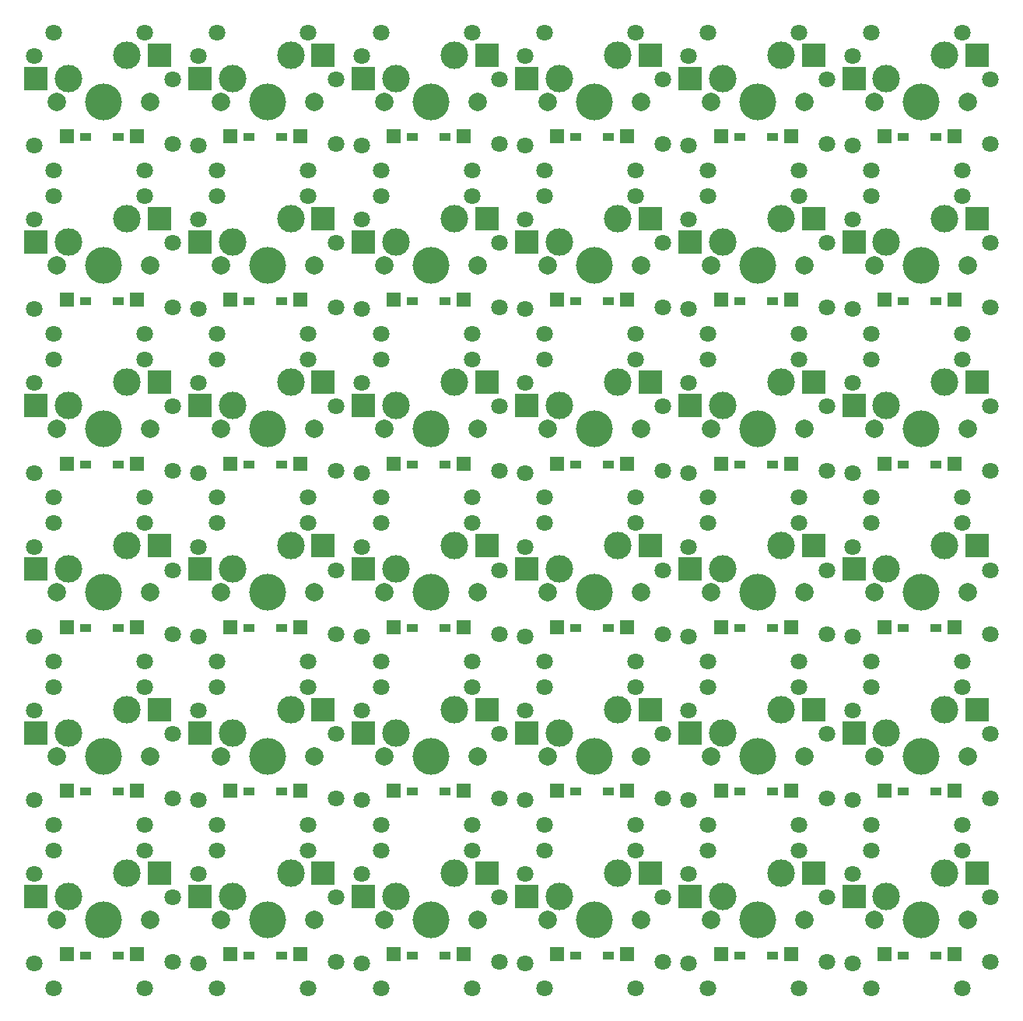
<source format=gbs>
G04 #@! TF.GenerationSoftware,KiCad,Pcbnew,(5.1.4)-1*
G04 #@! TF.CreationDate,2020-01-11T14:22:52+01:00*
G04 #@! TF.ProjectId,plaque2,706c6171-7565-4322-9e6b-696361645f70,1*
G04 #@! TF.SameCoordinates,Original*
G04 #@! TF.FileFunction,Soldermask,Bot*
G04 #@! TF.FilePolarity,Negative*
%FSLAX46Y46*%
G04 Gerber Fmt 4.6, Leading zero omitted, Abs format (unit mm)*
G04 Created by KiCad (PCBNEW (5.1.4)-1) date 2020-01-11 14:22:52*
%MOMM*%
%LPD*%
G04 APERTURE LIST*
%ADD10C,1.800000*%
%ADD11R,2.550000X2.500000*%
%ADD12C,2.000000*%
%ADD13C,3.000000*%
%ADD14C,4.000000*%
%ADD15R,1.600000X1.600000*%
%ADD16R,1.300000X0.950000*%
G04 APERTURE END LIST*
D10*
X192290000Y-101030000D03*
D11*
X180455000Y-106015000D03*
X193905000Y-103475000D03*
D12*
X182735000Y-108555000D03*
D13*
X184005000Y-106015000D03*
D14*
X187815000Y-108555000D03*
D13*
X190355000Y-103475000D03*
D12*
X192895000Y-108555000D03*
D15*
X183790000Y-112330000D03*
X191410000Y-112330000D03*
D10*
X180290000Y-113330000D03*
X195290000Y-113130000D03*
X182390000Y-116030000D03*
D11*
X198255000Y-106015000D03*
X211705000Y-103475000D03*
D12*
X200535000Y-108555000D03*
D13*
X201805000Y-106015000D03*
D14*
X205615000Y-108555000D03*
D13*
X208155000Y-103475000D03*
D12*
X210695000Y-108555000D03*
D10*
X174490000Y-118830000D03*
X164590000Y-133830000D03*
X162490000Y-131130000D03*
X177490000Y-130930000D03*
X164590000Y-101030000D03*
D16*
X207165000Y-112430000D03*
X203615000Y-112430000D03*
D12*
X175095000Y-108555000D03*
D13*
X172555000Y-103475000D03*
D14*
X170015000Y-108555000D03*
D13*
X166205000Y-106015000D03*
D12*
X164935000Y-108555000D03*
D11*
X176105000Y-103475000D03*
X162655000Y-106015000D03*
D16*
X168015000Y-112430000D03*
X171565000Y-112430000D03*
D10*
X210090000Y-116030000D03*
X162495000Y-103575000D03*
X162495000Y-121375000D03*
X174490000Y-133830000D03*
X164590000Y-118830000D03*
X198095000Y-103575000D03*
X198090000Y-113330000D03*
X177490000Y-106115000D03*
X200190000Y-101030000D03*
D15*
X201590000Y-112330000D03*
X209210000Y-112330000D03*
D10*
X162490000Y-113330000D03*
X210090000Y-101030000D03*
X213090000Y-106115000D03*
X200190000Y-116030000D03*
X213090000Y-113130000D03*
X174490000Y-116030000D03*
X177490000Y-113130000D03*
D16*
X189365000Y-112430000D03*
X185815000Y-112430000D03*
D15*
X165990000Y-130130000D03*
X173610000Y-130130000D03*
X173610000Y-112330000D03*
X165990000Y-112330000D03*
D10*
X180295000Y-103575000D03*
X182390000Y-101030000D03*
X195290000Y-106115000D03*
X192290000Y-116030000D03*
D16*
X185815000Y-41230000D03*
X189365000Y-41230000D03*
D10*
X192290000Y-29830000D03*
D12*
X192895000Y-37355000D03*
D13*
X190355000Y-32275000D03*
D14*
X187815000Y-37355000D03*
D13*
X184005000Y-34815000D03*
D12*
X182735000Y-37355000D03*
D11*
X193905000Y-32275000D03*
X180455000Y-34815000D03*
D15*
X191410000Y-41130000D03*
X183790000Y-41130000D03*
D10*
X180295000Y-32375000D03*
X180290000Y-42130000D03*
X195290000Y-41930000D03*
X182390000Y-29830000D03*
X195290000Y-34915000D03*
X182390000Y-44830000D03*
X192290000Y-44830000D03*
X174490000Y-47630000D03*
X164590000Y-62630000D03*
X162490000Y-59930000D03*
X162495000Y-50175000D03*
D15*
X173610000Y-58930000D03*
X165990000Y-58930000D03*
D10*
X177490000Y-59730000D03*
X174490000Y-62630000D03*
X164590000Y-47630000D03*
X174490000Y-101030000D03*
X164590000Y-116030000D03*
X195290000Y-130930000D03*
D15*
X191410000Y-130130000D03*
X183790000Y-130130000D03*
D12*
X210695000Y-126355000D03*
D13*
X208155000Y-121275000D03*
D14*
X205615000Y-126355000D03*
D13*
X201805000Y-123815000D03*
D12*
X200535000Y-126355000D03*
D11*
X211705000Y-121275000D03*
X198255000Y-123815000D03*
D12*
X192895000Y-126355000D03*
D13*
X190355000Y-121275000D03*
D14*
X187815000Y-126355000D03*
D13*
X184005000Y-123815000D03*
D12*
X182735000Y-126355000D03*
D11*
X193905000Y-121275000D03*
X180455000Y-123815000D03*
D10*
X210090000Y-133830000D03*
X180290000Y-131130000D03*
D16*
X185815000Y-130230000D03*
X189365000Y-130230000D03*
D10*
X182390000Y-133830000D03*
X192290000Y-133830000D03*
D11*
X162655000Y-123815000D03*
X176105000Y-121275000D03*
D12*
X164935000Y-126355000D03*
D13*
X166205000Y-123815000D03*
D14*
X170015000Y-126355000D03*
D13*
X172555000Y-121275000D03*
D12*
X175095000Y-126355000D03*
D10*
X182390000Y-118830000D03*
X210090000Y-118830000D03*
X198090000Y-131130000D03*
X177490000Y-123915000D03*
X200190000Y-133830000D03*
X192290000Y-118830000D03*
X195290000Y-123915000D03*
X198095000Y-121375000D03*
D15*
X209210000Y-130130000D03*
X201590000Y-130130000D03*
D10*
X200190000Y-118830000D03*
X213090000Y-123915000D03*
X180295000Y-121375000D03*
X213090000Y-130930000D03*
D16*
X171565000Y-130230000D03*
X168015000Y-130230000D03*
X203615000Y-130230000D03*
X207165000Y-130230000D03*
D10*
X198095000Y-32375000D03*
X198090000Y-42130000D03*
X200190000Y-29830000D03*
D16*
X203615000Y-41230000D03*
X207165000Y-41230000D03*
D12*
X210695000Y-37355000D03*
D13*
X208155000Y-32275000D03*
D14*
X205615000Y-37355000D03*
D13*
X201805000Y-34815000D03*
D12*
X200535000Y-37355000D03*
D11*
X211705000Y-32275000D03*
X198255000Y-34815000D03*
D15*
X209210000Y-41130000D03*
X201590000Y-41130000D03*
D10*
X213090000Y-41930000D03*
X210090000Y-44830000D03*
X200190000Y-44830000D03*
X213090000Y-34915000D03*
X210090000Y-29830000D03*
X200190000Y-98230000D03*
X200190000Y-83230000D03*
X213090000Y-88315000D03*
X192290000Y-98230000D03*
X210090000Y-98230000D03*
D11*
X162655000Y-88215000D03*
X176105000Y-85675000D03*
D12*
X164935000Y-90755000D03*
D13*
X166205000Y-88215000D03*
D14*
X170015000Y-90755000D03*
D13*
X172555000Y-85675000D03*
D12*
X175095000Y-90755000D03*
D10*
X198090000Y-95530000D03*
X180295000Y-85775000D03*
X213090000Y-95330000D03*
D16*
X171565000Y-94630000D03*
X168015000Y-94630000D03*
D10*
X210090000Y-83230000D03*
X177490000Y-88315000D03*
X198095000Y-85775000D03*
X192290000Y-83230000D03*
X195290000Y-88315000D03*
D15*
X209210000Y-94530000D03*
X201590000Y-94530000D03*
D16*
X203615000Y-94630000D03*
X207165000Y-94630000D03*
D10*
X180290000Y-77730000D03*
X182390000Y-65430000D03*
X174490000Y-83230000D03*
X200190000Y-80430000D03*
X195290000Y-70515000D03*
D11*
X198255000Y-70415000D03*
X211705000Y-67875000D03*
D12*
X200535000Y-72955000D03*
D13*
X201805000Y-70415000D03*
D14*
X205615000Y-72955000D03*
D13*
X208155000Y-67875000D03*
D12*
X210695000Y-72955000D03*
D10*
X164590000Y-98230000D03*
X177490000Y-95330000D03*
X210090000Y-80430000D03*
X210090000Y-65430000D03*
D15*
X165990000Y-94530000D03*
X173610000Y-94530000D03*
D10*
X200190000Y-65430000D03*
X213090000Y-77530000D03*
D15*
X183790000Y-76730000D03*
X191410000Y-76730000D03*
D10*
X195290000Y-77530000D03*
X162490000Y-95530000D03*
D16*
X168015000Y-76830000D03*
X171565000Y-76830000D03*
D10*
X162495000Y-85775000D03*
X174490000Y-98230000D03*
X164590000Y-83230000D03*
X198095000Y-67975000D03*
D16*
X207165000Y-76830000D03*
X203615000Y-76830000D03*
D10*
X198090000Y-77730000D03*
D15*
X201590000Y-76730000D03*
X209210000Y-76730000D03*
D10*
X192290000Y-80430000D03*
X213090000Y-70515000D03*
D16*
X189365000Y-76830000D03*
X185815000Y-76830000D03*
D10*
X192290000Y-65430000D03*
D11*
X180455000Y-70415000D03*
X193905000Y-67875000D03*
D12*
X182735000Y-72955000D03*
D13*
X184005000Y-70415000D03*
D14*
X187815000Y-72955000D03*
D13*
X190355000Y-67875000D03*
D12*
X192895000Y-72955000D03*
D10*
X180295000Y-67975000D03*
X182390000Y-80430000D03*
D16*
X171565000Y-41230000D03*
X168015000Y-41230000D03*
D11*
X162655000Y-34815000D03*
X176105000Y-32275000D03*
D12*
X164935000Y-37355000D03*
D13*
X166205000Y-34815000D03*
D14*
X170015000Y-37355000D03*
D13*
X172555000Y-32275000D03*
D12*
X175095000Y-37355000D03*
D10*
X177490000Y-34915000D03*
D15*
X165990000Y-41130000D03*
X173610000Y-41130000D03*
D10*
X162490000Y-42130000D03*
X177490000Y-41930000D03*
X162495000Y-32375000D03*
X174490000Y-44830000D03*
X182390000Y-98230000D03*
X162490000Y-77730000D03*
D12*
X175095000Y-72955000D03*
D13*
X172555000Y-67875000D03*
D14*
X170015000Y-72955000D03*
D13*
X166205000Y-70415000D03*
D12*
X164935000Y-72955000D03*
D11*
X176105000Y-67875000D03*
X162655000Y-70415000D03*
D10*
X177490000Y-70515000D03*
X174490000Y-80430000D03*
D16*
X185815000Y-94630000D03*
X189365000Y-94630000D03*
D12*
X210695000Y-90755000D03*
D13*
X208155000Y-85675000D03*
D14*
X205615000Y-90755000D03*
D13*
X201805000Y-88215000D03*
D12*
X200535000Y-90755000D03*
D11*
X211705000Y-85675000D03*
X198255000Y-88215000D03*
D10*
X182390000Y-83230000D03*
X180290000Y-95530000D03*
D15*
X173610000Y-76730000D03*
X165990000Y-76730000D03*
D10*
X164590000Y-80430000D03*
X162495000Y-67975000D03*
X177490000Y-77530000D03*
X164590000Y-65430000D03*
X174490000Y-65430000D03*
X195290000Y-95330000D03*
D12*
X192895000Y-90755000D03*
D13*
X190355000Y-85675000D03*
D14*
X187815000Y-90755000D03*
D13*
X184005000Y-88215000D03*
D12*
X182735000Y-90755000D03*
D11*
X193905000Y-85675000D03*
X180455000Y-88215000D03*
D15*
X191410000Y-94530000D03*
X183790000Y-94530000D03*
D10*
X164590000Y-29830000D03*
X174490000Y-29830000D03*
X164590000Y-44830000D03*
X195290000Y-59730000D03*
D11*
X198255000Y-52615000D03*
X211705000Y-50075000D03*
D12*
X200535000Y-55155000D03*
D13*
X201805000Y-52615000D03*
D14*
X205615000Y-55155000D03*
D13*
X208155000Y-50075000D03*
D12*
X210695000Y-55155000D03*
D11*
X180455000Y-52615000D03*
X193905000Y-50075000D03*
D12*
X182735000Y-55155000D03*
D13*
X184005000Y-52615000D03*
D14*
X187815000Y-55155000D03*
D13*
X190355000Y-50075000D03*
D12*
X192895000Y-55155000D03*
D16*
X189365000Y-59030000D03*
X185815000Y-59030000D03*
D15*
X183790000Y-58930000D03*
X191410000Y-58930000D03*
D10*
X182390000Y-47630000D03*
X180290000Y-59930000D03*
X182390000Y-62630000D03*
X192290000Y-62630000D03*
X210090000Y-62630000D03*
D12*
X175095000Y-55155000D03*
D13*
X172555000Y-50075000D03*
D14*
X170015000Y-55155000D03*
D13*
X166205000Y-52615000D03*
D12*
X164935000Y-55155000D03*
D11*
X176105000Y-50075000D03*
X162655000Y-52615000D03*
D10*
X210090000Y-47630000D03*
X198090000Y-59930000D03*
X177490000Y-52715000D03*
X200190000Y-62630000D03*
X192290000Y-47630000D03*
X195290000Y-52715000D03*
X198095000Y-50175000D03*
D15*
X201590000Y-58930000D03*
X209210000Y-58930000D03*
D10*
X200190000Y-47630000D03*
X213090000Y-52715000D03*
X180295000Y-50175000D03*
X213090000Y-59730000D03*
D16*
X168015000Y-59030000D03*
X171565000Y-59030000D03*
X207165000Y-59030000D03*
X203615000Y-59030000D03*
X132415000Y-112430000D03*
X135965000Y-112430000D03*
D10*
X138890000Y-101030000D03*
D12*
X139495000Y-108555000D03*
D13*
X136955000Y-103475000D03*
D14*
X134415000Y-108555000D03*
D13*
X130605000Y-106015000D03*
D12*
X129335000Y-108555000D03*
D11*
X140505000Y-103475000D03*
X127055000Y-106015000D03*
D15*
X138010000Y-112330000D03*
X130390000Y-112330000D03*
D10*
X126895000Y-103575000D03*
X126890000Y-113330000D03*
X141890000Y-113130000D03*
X128990000Y-101030000D03*
X141890000Y-106115000D03*
X128990000Y-116030000D03*
X138890000Y-116030000D03*
X121090000Y-118830000D03*
X111190000Y-133830000D03*
X109090000Y-131130000D03*
X109095000Y-121375000D03*
D15*
X120210000Y-130130000D03*
X112590000Y-130130000D03*
D10*
X124090000Y-130930000D03*
X121090000Y-133830000D03*
X111190000Y-118830000D03*
X144695000Y-103575000D03*
X144690000Y-113330000D03*
X146790000Y-101030000D03*
D16*
X150215000Y-112430000D03*
X153765000Y-112430000D03*
D12*
X157295000Y-108555000D03*
D13*
X154755000Y-103475000D03*
D14*
X152215000Y-108555000D03*
D13*
X148405000Y-106015000D03*
D12*
X147135000Y-108555000D03*
D11*
X158305000Y-103475000D03*
X144855000Y-106015000D03*
D15*
X155810000Y-112330000D03*
X148190000Y-112330000D03*
D10*
X159690000Y-113130000D03*
X156690000Y-116030000D03*
X146790000Y-116030000D03*
X159690000Y-106115000D03*
X156690000Y-101030000D03*
D16*
X118165000Y-112430000D03*
X114615000Y-112430000D03*
D11*
X109255000Y-106015000D03*
X122705000Y-103475000D03*
D12*
X111535000Y-108555000D03*
D13*
X112805000Y-106015000D03*
D14*
X116615000Y-108555000D03*
D13*
X119155000Y-103475000D03*
D12*
X121695000Y-108555000D03*
D10*
X124090000Y-106115000D03*
D15*
X112590000Y-112330000D03*
X120210000Y-112330000D03*
D10*
X109090000Y-113330000D03*
X124090000Y-113130000D03*
X109095000Y-103575000D03*
X121090000Y-116030000D03*
X111190000Y-101030000D03*
X121090000Y-101030000D03*
X111190000Y-116030000D03*
X141890000Y-130930000D03*
D11*
X144855000Y-123815000D03*
X158305000Y-121275000D03*
D12*
X147135000Y-126355000D03*
D13*
X148405000Y-123815000D03*
D14*
X152215000Y-126355000D03*
D13*
X154755000Y-121275000D03*
D12*
X157295000Y-126355000D03*
D11*
X127055000Y-123815000D03*
X140505000Y-121275000D03*
D12*
X129335000Y-126355000D03*
D13*
X130605000Y-123815000D03*
D14*
X134415000Y-126355000D03*
D13*
X136955000Y-121275000D03*
D12*
X139495000Y-126355000D03*
D16*
X135965000Y-130230000D03*
X132415000Y-130230000D03*
D15*
X130390000Y-130130000D03*
X138010000Y-130130000D03*
D10*
X128990000Y-118830000D03*
X126890000Y-131130000D03*
X128990000Y-133830000D03*
X138890000Y-133830000D03*
X156690000Y-133830000D03*
D12*
X121695000Y-126355000D03*
D13*
X119155000Y-121275000D03*
D14*
X116615000Y-126355000D03*
D13*
X112805000Y-123815000D03*
D12*
X111535000Y-126355000D03*
D11*
X122705000Y-121275000D03*
X109255000Y-123815000D03*
D10*
X156690000Y-118830000D03*
X144690000Y-131130000D03*
X124090000Y-123915000D03*
X146790000Y-133830000D03*
X138890000Y-118830000D03*
X141890000Y-123915000D03*
X144695000Y-121375000D03*
D15*
X148190000Y-130130000D03*
X155810000Y-130130000D03*
D10*
X146790000Y-118830000D03*
X159690000Y-123915000D03*
X126895000Y-121375000D03*
X159690000Y-130930000D03*
D16*
X114615000Y-130230000D03*
X118165000Y-130230000D03*
X153765000Y-130230000D03*
X150215000Y-130230000D03*
X132415000Y-76830000D03*
X135965000Y-76830000D03*
D10*
X138890000Y-65430000D03*
D12*
X139495000Y-72955000D03*
D13*
X136955000Y-67875000D03*
D14*
X134415000Y-72955000D03*
D13*
X130605000Y-70415000D03*
D12*
X129335000Y-72955000D03*
D11*
X140505000Y-67875000D03*
X127055000Y-70415000D03*
D15*
X138010000Y-76730000D03*
X130390000Y-76730000D03*
D10*
X126895000Y-67975000D03*
X126890000Y-77730000D03*
X141890000Y-77530000D03*
X128990000Y-65430000D03*
X141890000Y-70515000D03*
X128990000Y-80430000D03*
X138890000Y-80430000D03*
X121090000Y-83230000D03*
X111190000Y-98230000D03*
X109090000Y-95530000D03*
X109095000Y-85775000D03*
D15*
X120210000Y-94530000D03*
X112590000Y-94530000D03*
D10*
X124090000Y-95330000D03*
X121090000Y-98230000D03*
X111190000Y-83230000D03*
X144695000Y-67975000D03*
X144690000Y-77730000D03*
X146790000Y-65430000D03*
D16*
X150215000Y-76830000D03*
X153765000Y-76830000D03*
D12*
X157295000Y-72955000D03*
D13*
X154755000Y-67875000D03*
D14*
X152215000Y-72955000D03*
D13*
X148405000Y-70415000D03*
D12*
X147135000Y-72955000D03*
D11*
X158305000Y-67875000D03*
X144855000Y-70415000D03*
D15*
X155810000Y-76730000D03*
X148190000Y-76730000D03*
D10*
X159690000Y-77530000D03*
X156690000Y-80430000D03*
X146790000Y-80430000D03*
X159690000Y-70515000D03*
X156690000Y-65430000D03*
D16*
X118165000Y-76830000D03*
X114615000Y-76830000D03*
D11*
X109255000Y-70415000D03*
X122705000Y-67875000D03*
D12*
X111535000Y-72955000D03*
D13*
X112805000Y-70415000D03*
D14*
X116615000Y-72955000D03*
D13*
X119155000Y-67875000D03*
D12*
X121695000Y-72955000D03*
D10*
X124090000Y-70515000D03*
D15*
X112590000Y-76730000D03*
X120210000Y-76730000D03*
D10*
X109090000Y-77730000D03*
X124090000Y-77530000D03*
X109095000Y-67975000D03*
X121090000Y-80430000D03*
X111190000Y-65430000D03*
X121090000Y-65430000D03*
X111190000Y-80430000D03*
X141890000Y-95330000D03*
D11*
X144855000Y-88215000D03*
X158305000Y-85675000D03*
D12*
X147135000Y-90755000D03*
D13*
X148405000Y-88215000D03*
D14*
X152215000Y-90755000D03*
D13*
X154755000Y-85675000D03*
D12*
X157295000Y-90755000D03*
D11*
X127055000Y-88215000D03*
X140505000Y-85675000D03*
D12*
X129335000Y-90755000D03*
D13*
X130605000Y-88215000D03*
D14*
X134415000Y-90755000D03*
D13*
X136955000Y-85675000D03*
D12*
X139495000Y-90755000D03*
D16*
X135965000Y-94630000D03*
X132415000Y-94630000D03*
D15*
X130390000Y-94530000D03*
X138010000Y-94530000D03*
D10*
X128990000Y-83230000D03*
X126890000Y-95530000D03*
X128990000Y-98230000D03*
X138890000Y-98230000D03*
X156690000Y-98230000D03*
D12*
X121695000Y-90755000D03*
D13*
X119155000Y-85675000D03*
D14*
X116615000Y-90755000D03*
D13*
X112805000Y-88215000D03*
D12*
X111535000Y-90755000D03*
D11*
X122705000Y-85675000D03*
X109255000Y-88215000D03*
D10*
X156690000Y-83230000D03*
X144690000Y-95530000D03*
X124090000Y-88315000D03*
X146790000Y-98230000D03*
X138890000Y-83230000D03*
X141890000Y-88315000D03*
X144695000Y-85775000D03*
D15*
X148190000Y-94530000D03*
X155810000Y-94530000D03*
D10*
X146790000Y-83230000D03*
X159690000Y-88315000D03*
X126895000Y-85775000D03*
X159690000Y-95330000D03*
D16*
X114615000Y-94630000D03*
X118165000Y-94630000D03*
X153765000Y-94630000D03*
X150215000Y-94630000D03*
X132415000Y-59030000D03*
X135965000Y-59030000D03*
D10*
X138890000Y-47630000D03*
D12*
X139495000Y-55155000D03*
D13*
X136955000Y-50075000D03*
D14*
X134415000Y-55155000D03*
D13*
X130605000Y-52615000D03*
D12*
X129335000Y-55155000D03*
D11*
X140505000Y-50075000D03*
X127055000Y-52615000D03*
D15*
X138010000Y-58930000D03*
X130390000Y-58930000D03*
D10*
X126895000Y-50175000D03*
X126890000Y-59930000D03*
X141890000Y-59730000D03*
X128990000Y-47630000D03*
X141890000Y-52715000D03*
X128990000Y-62630000D03*
X138890000Y-62630000D03*
X144695000Y-50175000D03*
X144690000Y-59930000D03*
X146790000Y-47630000D03*
D16*
X150215000Y-59030000D03*
X153765000Y-59030000D03*
D12*
X157295000Y-55155000D03*
D13*
X154755000Y-50075000D03*
D14*
X152215000Y-55155000D03*
D13*
X148405000Y-52615000D03*
D12*
X147135000Y-55155000D03*
D11*
X158305000Y-50075000D03*
X144855000Y-52615000D03*
D15*
X155810000Y-58930000D03*
X148190000Y-58930000D03*
D10*
X159690000Y-59730000D03*
X156690000Y-62630000D03*
X146790000Y-62630000D03*
X159690000Y-52715000D03*
X156690000Y-47630000D03*
D16*
X118165000Y-59030000D03*
X114615000Y-59030000D03*
D11*
X109255000Y-52615000D03*
X122705000Y-50075000D03*
D12*
X111535000Y-55155000D03*
D13*
X112805000Y-52615000D03*
D14*
X116615000Y-55155000D03*
D13*
X119155000Y-50075000D03*
D12*
X121695000Y-55155000D03*
D10*
X124090000Y-52715000D03*
D15*
X112590000Y-58930000D03*
X120210000Y-58930000D03*
D10*
X109090000Y-59930000D03*
X124090000Y-59730000D03*
X109095000Y-50175000D03*
X121090000Y-62630000D03*
X111190000Y-47630000D03*
X121090000Y-47630000D03*
X111190000Y-62630000D03*
D16*
X153765000Y-41230000D03*
X150215000Y-41230000D03*
D11*
X144855000Y-34815000D03*
X158305000Y-32275000D03*
D12*
X147135000Y-37355000D03*
D13*
X148405000Y-34815000D03*
D14*
X152215000Y-37355000D03*
D13*
X154755000Y-32275000D03*
D12*
X157295000Y-37355000D03*
D10*
X159690000Y-34915000D03*
D15*
X148190000Y-41130000D03*
X155810000Y-41130000D03*
D10*
X144690000Y-42130000D03*
X159690000Y-41930000D03*
X144695000Y-32375000D03*
X156690000Y-44830000D03*
X146790000Y-29830000D03*
X156690000Y-29830000D03*
X146790000Y-44830000D03*
D16*
X135965000Y-41230000D03*
X132415000Y-41230000D03*
D11*
X127055000Y-34815000D03*
X140505000Y-32275000D03*
D12*
X129335000Y-37355000D03*
D13*
X130605000Y-34815000D03*
D14*
X134415000Y-37355000D03*
D13*
X136955000Y-32275000D03*
D12*
X139495000Y-37355000D03*
D10*
X141890000Y-34915000D03*
D15*
X130390000Y-41130000D03*
X138010000Y-41130000D03*
D10*
X126890000Y-42130000D03*
X141890000Y-41930000D03*
X126895000Y-32375000D03*
X138890000Y-44830000D03*
X128990000Y-29830000D03*
X138890000Y-29830000D03*
X128990000Y-44830000D03*
D15*
X120210000Y-41130000D03*
X112590000Y-41130000D03*
D10*
X121090000Y-44830000D03*
X124090000Y-41930000D03*
D16*
X114615000Y-41230000D03*
X118165000Y-41230000D03*
D10*
X124090000Y-34915000D03*
D12*
X121695000Y-37355000D03*
D13*
X119155000Y-32275000D03*
D14*
X116615000Y-37355000D03*
D13*
X112805000Y-34815000D03*
D12*
X111535000Y-37355000D03*
D11*
X122705000Y-32275000D03*
X109255000Y-34815000D03*
D10*
X109090000Y-42130000D03*
X109095000Y-32375000D03*
X111190000Y-44830000D03*
X111190000Y-29830000D03*
X121090000Y-29830000D03*
M02*

</source>
